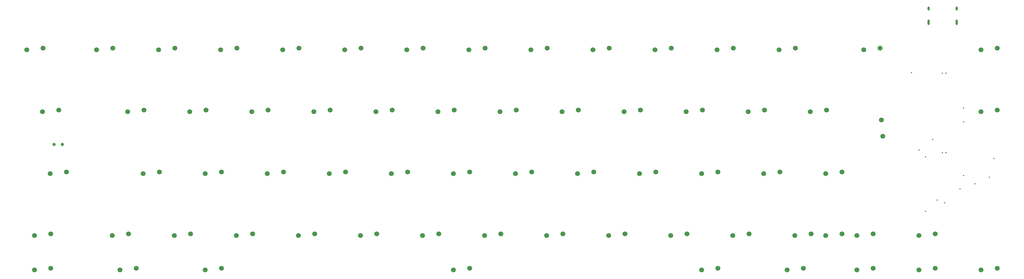
<source format=gbr>
%TF.GenerationSoftware,KiCad,Pcbnew,(6.0.6)*%
%TF.CreationDate,2022-07-09T15:48:51+01:00*%
%TF.ProjectId,borsdorf,626f7273-646f-4726-962e-6b696361645f,rev?*%
%TF.SameCoordinates,Original*%
%TF.FileFunction,Plated,1,2,PTH,Mixed*%
%TF.FilePolarity,Positive*%
%FSLAX46Y46*%
G04 Gerber Fmt 4.6, Leading zero omitted, Abs format (unit mm)*
G04 Created by KiCad (PCBNEW (6.0.6)) date 2022-07-09 15:48:51*
%MOMM*%
%LPD*%
G01*
G04 APERTURE LIST*
%TA.AperFunction,ViaDrill*%
%ADD10C,0.400000*%
%TD*%
G04 aperture for slot hole*
%TA.AperFunction,ComponentDrill*%
%ADD11O,0.600000X1.200000*%
%TD*%
G04 aperture for slot hole*
%TA.AperFunction,ComponentDrill*%
%ADD12O,0.600000X1.700000*%
%TD*%
%TA.AperFunction,ComponentDrill*%
%ADD13C,1.000000*%
%TD*%
%TA.AperFunction,ComponentDrill*%
%ADD14C,1.500000*%
%TD*%
G04 APERTURE END LIST*
D10*
X316700000Y-59100000D03*
X319050000Y-82950000D03*
X321050000Y-101800000D03*
X321050001Y-84999999D03*
X323250000Y-79700000D03*
X324550000Y-98350000D03*
X326225000Y-59250000D03*
X326225000Y-83750000D03*
X326900000Y-99149998D03*
X327275000Y-59250000D03*
X327275000Y-83750000D03*
X331600000Y-94850000D03*
X332700000Y-90750000D03*
X332750000Y-70000010D03*
X332750000Y-74250000D03*
X336149998Y-93300000D03*
X340550000Y-91299998D03*
X342000000Y-85500000D03*
D11*
%TO.C,J1*%
X321930000Y-39425000D03*
D12*
X321930000Y-43605000D03*
D11*
X330570000Y-39425000D03*
D12*
X330570000Y-43605000D03*
D13*
%TO.C,K30*%
X53498750Y-81225000D03*
X56038750Y-81225000D03*
D14*
%TO.C,K1*%
X45125000Y-52125000D03*
%TO.C,K44*%
X47506250Y-109275000D03*
%TO.C,K59*%
X47506250Y-119825000D03*
%TO.C,K16*%
X49887500Y-71175000D03*
%TO.C,K1*%
X50125000Y-51625000D03*
%TO.C,K30*%
X52268750Y-90225000D03*
%TO.C,K44*%
X52506250Y-108775000D03*
%TO.C,K59*%
X52506250Y-119325000D03*
%TO.C,K16*%
X54887500Y-70675000D03*
%TO.C,K30*%
X57268750Y-89725000D03*
%TO.C,K2*%
X66556250Y-52125000D03*
%TO.C,K45*%
X71318750Y-109275000D03*
%TO.C,K2*%
X71556250Y-51625000D03*
%TO.C,K60*%
X73700000Y-119825000D03*
%TO.C,K17*%
X76081250Y-71175000D03*
%TO.C,K45*%
X76318750Y-108775000D03*
%TO.C,K60*%
X78700000Y-119325000D03*
%TO.C,K31*%
X80843750Y-90225000D03*
%TO.C,K17*%
X81081250Y-70675000D03*
%TO.C,K3*%
X85606250Y-52125000D03*
%TO.C,K31*%
X85843750Y-89725000D03*
%TO.C,K46*%
X90368750Y-109275000D03*
%TO.C,K3*%
X90606250Y-51625000D03*
%TO.C,K18*%
X95131250Y-71175000D03*
%TO.C,K46*%
X95368750Y-108775000D03*
%TO.C,K32*%
X99893750Y-90225000D03*
%TO.C,K61*%
X99893750Y-119825000D03*
%TO.C,K18*%
X100131250Y-70675000D03*
%TO.C,K4*%
X104656250Y-52125000D03*
%TO.C,K32*%
X104893750Y-89725000D03*
%TO.C,K61*%
X104893750Y-119325000D03*
%TO.C,K47*%
X109418750Y-109275000D03*
%TO.C,K4*%
X109656250Y-51625000D03*
%TO.C,K19*%
X114181250Y-71175000D03*
%TO.C,K47*%
X114418750Y-108775000D03*
%TO.C,K33*%
X118943750Y-90225000D03*
%TO.C,K19*%
X119181250Y-70675000D03*
%TO.C,K5*%
X123706250Y-52125000D03*
%TO.C,K33*%
X123943750Y-89725000D03*
%TO.C,K48*%
X128468750Y-109275000D03*
%TO.C,K5*%
X128706250Y-51625000D03*
%TO.C,K20*%
X133231250Y-71175000D03*
%TO.C,K48*%
X133468750Y-108775000D03*
%TO.C,K34*%
X137993750Y-90225000D03*
%TO.C,K20*%
X138231250Y-70675000D03*
%TO.C,K6*%
X142756250Y-52125000D03*
%TO.C,K34*%
X142993750Y-89725000D03*
%TO.C,K49*%
X147518750Y-109275000D03*
%TO.C,K6*%
X147756250Y-51625000D03*
%TO.C,K21*%
X152281250Y-71175000D03*
%TO.C,K49*%
X152518750Y-108775000D03*
%TO.C,K35*%
X157043750Y-90225000D03*
%TO.C,K21*%
X157281250Y-70675000D03*
%TO.C,K7*%
X161806250Y-52125000D03*
%TO.C,K35*%
X162043750Y-89725000D03*
%TO.C,K50*%
X166568750Y-109275000D03*
%TO.C,K7*%
X166806250Y-51625000D03*
%TO.C,K22*%
X171331250Y-71175000D03*
%TO.C,K50*%
X171568750Y-108775000D03*
%TO.C,K36*%
X176093750Y-90225000D03*
%TO.C,K62*%
X176093750Y-119825000D03*
%TO.C,K22*%
X176331250Y-70675000D03*
%TO.C,K8*%
X180856250Y-52125000D03*
%TO.C,K36*%
X181093750Y-89725000D03*
%TO.C,K62*%
X181093750Y-119325000D03*
%TO.C,K51*%
X185618750Y-109275000D03*
%TO.C,K8*%
X185856250Y-51625000D03*
%TO.C,K23*%
X190381250Y-71175000D03*
%TO.C,K51*%
X190618750Y-108775000D03*
%TO.C,K37*%
X195143750Y-90225000D03*
%TO.C,K23*%
X195381250Y-70675000D03*
%TO.C,K9*%
X199906250Y-52125000D03*
%TO.C,K37*%
X200143750Y-89725000D03*
%TO.C,K52*%
X204668750Y-109275000D03*
%TO.C,K9*%
X204906250Y-51625000D03*
%TO.C,K24*%
X209431250Y-71175000D03*
%TO.C,K52*%
X209668750Y-108775000D03*
%TO.C,K38*%
X214193750Y-90225000D03*
%TO.C,K24*%
X214431250Y-70675000D03*
%TO.C,K10*%
X218956250Y-52125000D03*
%TO.C,K38*%
X219193750Y-89725000D03*
%TO.C,K53*%
X223718750Y-109275000D03*
%TO.C,K10*%
X223956250Y-51625000D03*
%TO.C,K25*%
X228481250Y-71175000D03*
%TO.C,K53*%
X228718750Y-108775000D03*
%TO.C,K39*%
X233243750Y-90225000D03*
%TO.C,K25*%
X233481250Y-70675000D03*
%TO.C,K11*%
X238006250Y-52125000D03*
%TO.C,K39*%
X238243750Y-89725000D03*
%TO.C,K54*%
X242768750Y-109275000D03*
%TO.C,K11*%
X243006250Y-51625000D03*
%TO.C,K26*%
X247531250Y-71175000D03*
%TO.C,K54*%
X247768750Y-108775000D03*
%TO.C,K40*%
X252293750Y-90225000D03*
%TO.C,K63*%
X252293750Y-119825000D03*
%TO.C,K26*%
X252531250Y-70675000D03*
%TO.C,K12*%
X257056250Y-52125000D03*
%TO.C,K40*%
X257293750Y-89725000D03*
%TO.C,K63*%
X257293750Y-119325000D03*
%TO.C,K55*%
X261818750Y-109275000D03*
%TO.C,K12*%
X262056250Y-51625000D03*
%TO.C,K27*%
X266581250Y-71175000D03*
%TO.C,K55*%
X266818750Y-108775000D03*
%TO.C,K41*%
X271343750Y-90225000D03*
%TO.C,K27*%
X271581250Y-70675000D03*
%TO.C,K13*%
X276106250Y-52125000D03*
%TO.C,K41*%
X276343750Y-89725000D03*
%TO.C,K64*%
X278487500Y-119825000D03*
%TO.C,K56-2*%
X280868750Y-109275000D03*
%TO.C,K13*%
X281106250Y-51625000D03*
%TO.C,K64*%
X283487500Y-119325000D03*
%TO.C,K28*%
X285631250Y-71175000D03*
%TO.C,K56-2*%
X285868750Y-108775000D03*
%TO.C,K42*%
X290393750Y-90225000D03*
%TO.C,K56*%
X290393750Y-109275000D03*
%TO.C,K28*%
X290631250Y-70675000D03*
%TO.C,K42*%
X295393750Y-89725000D03*
%TO.C,K56*%
X295393750Y-108775000D03*
%TO.C,K57*%
X299918750Y-109275000D03*
%TO.C,K65*%
X299918750Y-119825000D03*
%TO.C,K14*%
X302050000Y-52125000D03*
%TO.C,K57*%
X304918750Y-108775000D03*
%TO.C,K65*%
X304918750Y-119325000D03*
%TO.C,K14*%
X307050000Y-51625000D03*
%TO.C,K43*%
X307443750Y-73700000D03*
X307943750Y-78700000D03*
%TO.C,K58*%
X318968750Y-109275000D03*
%TO.C,K66*%
X318968750Y-119825000D03*
%TO.C,K58*%
X323968750Y-108775000D03*
%TO.C,K66*%
X323968750Y-119325000D03*
%TO.C,K15*%
X338018750Y-52125000D03*
%TO.C,K29*%
X338018750Y-71175000D03*
%TO.C,K67*%
X338018750Y-119825000D03*
%TO.C,K15*%
X343018750Y-51625000D03*
%TO.C,K29*%
X343018750Y-70675000D03*
%TO.C,K67*%
X343018750Y-119325000D03*
M02*

</source>
